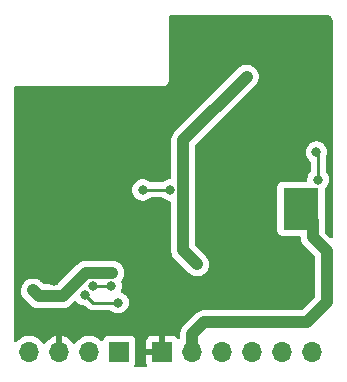
<source format=gbr>
G04 #@! TF.GenerationSoftware,KiCad,Pcbnew,(6.0.11)*
G04 #@! TF.CreationDate,2023-02-14T01:06:37+01:00*
G04 #@! TF.ProjectId,atmega328p-au--e01c-ml01s--bme280--cr2032,61746d65-6761-4333-9238-702d61752d2d,rev?*
G04 #@! TF.SameCoordinates,Original*
G04 #@! TF.FileFunction,Copper,L2,Bot*
G04 #@! TF.FilePolarity,Positive*
%FSLAX46Y46*%
G04 Gerber Fmt 4.6, Leading zero omitted, Abs format (unit mm)*
G04 Created by KiCad (PCBNEW (6.0.11)) date 2023-02-14 01:06:37*
%MOMM*%
%LPD*%
G01*
G04 APERTURE LIST*
G04 #@! TA.AperFunction,SMDPad,CuDef*
%ADD10R,3.000000X3.600000*%
G04 #@! TD*
G04 #@! TA.AperFunction,SMDPad,CuDef*
%ADD11R,3.000000X2.600000*%
G04 #@! TD*
G04 #@! TA.AperFunction,ComponentPad*
%ADD12R,1.700000X1.700000*%
G04 #@! TD*
G04 #@! TA.AperFunction,ComponentPad*
%ADD13O,1.700000X1.700000*%
G04 #@! TD*
G04 #@! TA.AperFunction,ViaPad*
%ADD14C,0.800000*%
G04 #@! TD*
G04 #@! TA.AperFunction,ViaPad*
%ADD15C,1.000000*%
G04 #@! TD*
G04 #@! TA.AperFunction,Conductor*
%ADD16C,0.250000*%
G04 #@! TD*
G04 #@! TA.AperFunction,Conductor*
%ADD17C,1.000000*%
G04 #@! TD*
G04 APERTURE END LIST*
D10*
X119923000Y-78495000D03*
D11*
X98523000Y-78495000D03*
D12*
X104523000Y-90595000D03*
D13*
X101983000Y-90595000D03*
X99443000Y-90595000D03*
X96903000Y-90595000D03*
X120865733Y-90595000D03*
X118325733Y-90595000D03*
X115785733Y-90595000D03*
X113245733Y-90595000D03*
X110705733Y-90595000D03*
D12*
X108165733Y-90595000D03*
D14*
X106523500Y-76895000D03*
X108823500Y-76895000D03*
X121523000Y-62595000D03*
X122223000Y-66995000D03*
X122223000Y-71595000D03*
X96623000Y-79095000D03*
X100423000Y-79095000D03*
X99823000Y-76795000D03*
X98623000Y-76795000D03*
X97323000Y-76795000D03*
X104423000Y-86444500D03*
X101598500Y-85759544D03*
D15*
X97217214Y-85400786D03*
X103947500Y-83895000D03*
D14*
X102323000Y-84995000D03*
X103847500Y-84995000D03*
X121223000Y-73695000D03*
X121362235Y-76019500D03*
D15*
X115323000Y-67295000D03*
X111123000Y-83195000D03*
X112523000Y-62595000D03*
X118223000Y-66395000D03*
X112523000Y-66295000D03*
X113823000Y-83095000D03*
X117923000Y-82395000D03*
X116423000Y-81695000D03*
X120923000Y-80895000D03*
X120523000Y-85495000D03*
X111023000Y-86295000D03*
X116123000Y-76995000D03*
X116923000Y-71195000D03*
X115323000Y-71195000D03*
X106123000Y-82495000D03*
X118123000Y-86595000D03*
X99017214Y-84515336D03*
D16*
X108823500Y-76895000D02*
X106523500Y-76895000D01*
X104423000Y-86444500D02*
X102283456Y-86444500D01*
X102283456Y-86444500D02*
X101598500Y-85759544D01*
X103847500Y-84995000D02*
X102323000Y-84995000D01*
D17*
X101723000Y-83895000D02*
X99723000Y-85895000D01*
X99723000Y-85895000D02*
X97711428Y-85895000D01*
X97711428Y-85895000D02*
X97217214Y-85400786D01*
X103947500Y-83895000D02*
X101723000Y-83895000D01*
X110705733Y-90595000D02*
X110705733Y-89112267D01*
X110705733Y-89112267D02*
X111723000Y-88095000D01*
X120423000Y-88095000D02*
X122123000Y-86395000D01*
X111723000Y-88095000D02*
X120423000Y-88095000D01*
X122123000Y-86395000D02*
X122123000Y-82095000D01*
X122123000Y-82095000D02*
X120923000Y-80895000D01*
X109923000Y-72695000D02*
X115323000Y-67295000D01*
X109923000Y-81995000D02*
X109923000Y-72695000D01*
X111123000Y-83195000D02*
X109923000Y-81995000D01*
D16*
X121362235Y-73834235D02*
X121362235Y-76019500D01*
X121223000Y-73695000D02*
X121362235Y-73834235D01*
D17*
X120923000Y-80895000D02*
X120923000Y-79495000D01*
X120923000Y-79495000D02*
X119923000Y-78495000D01*
G04 #@! TA.AperFunction,Conductor*
G36*
X122093018Y-62105000D02*
G01*
X122107852Y-62107310D01*
X122107855Y-62107310D01*
X122116724Y-62108691D01*
X122125626Y-62107527D01*
X122125750Y-62107511D01*
X122156192Y-62107240D01*
X122169070Y-62108691D01*
X122218264Y-62114234D01*
X122245771Y-62120513D01*
X122322853Y-62147485D01*
X122348274Y-62159727D01*
X122417426Y-62203178D01*
X122439485Y-62220770D01*
X122497230Y-62278515D01*
X122514822Y-62300574D01*
X122558273Y-62369726D01*
X122570515Y-62395147D01*
X122597487Y-62472228D01*
X122603766Y-62499736D01*
X122610018Y-62555226D01*
X122609923Y-62570868D01*
X122610800Y-62570879D01*
X122610690Y-62579851D01*
X122609309Y-62588724D01*
X122610473Y-62597626D01*
X122610473Y-62597628D01*
X122613436Y-62620283D01*
X122614500Y-62636621D01*
X122614500Y-80856074D01*
X122594498Y-80924195D01*
X122540842Y-80970688D01*
X122470568Y-80980792D01*
X122405988Y-80951298D01*
X122399405Y-80945170D01*
X121968405Y-80514171D01*
X121934380Y-80451858D01*
X121931500Y-80425075D01*
X121931500Y-79556850D01*
X121932237Y-79543242D01*
X121935659Y-79511739D01*
X121936325Y-79505612D01*
X121931978Y-79455928D01*
X121931500Y-79444968D01*
X121931500Y-76791342D01*
X121951502Y-76723221D01*
X121971239Y-76700000D01*
X121973488Y-76698366D01*
X122019859Y-76646866D01*
X122096856Y-76561352D01*
X122096857Y-76561351D01*
X122101275Y-76556444D01*
X122196762Y-76391056D01*
X122255777Y-76209428D01*
X122257567Y-76192402D01*
X122275049Y-76026065D01*
X122275739Y-76019500D01*
X122255777Y-75829572D01*
X122196762Y-75647944D01*
X122101275Y-75482556D01*
X122028098Y-75401285D01*
X121997382Y-75337279D01*
X121995735Y-75316976D01*
X121995735Y-74207344D01*
X122012616Y-74144344D01*
X122054223Y-74072279D01*
X122054224Y-74072278D01*
X122057527Y-74066556D01*
X122116542Y-73884928D01*
X122136504Y-73695000D01*
X122116542Y-73505072D01*
X122057527Y-73323444D01*
X121962040Y-73158056D01*
X121888004Y-73075830D01*
X121838675Y-73021045D01*
X121838674Y-73021044D01*
X121834253Y-73016134D01*
X121679752Y-72903882D01*
X121673724Y-72901198D01*
X121673722Y-72901197D01*
X121511319Y-72828891D01*
X121511318Y-72828891D01*
X121505288Y-72826206D01*
X121411887Y-72806353D01*
X121324944Y-72787872D01*
X121324939Y-72787872D01*
X121318487Y-72786500D01*
X121127513Y-72786500D01*
X121121061Y-72787872D01*
X121121056Y-72787872D01*
X121034113Y-72806353D01*
X120940712Y-72826206D01*
X120934682Y-72828891D01*
X120934681Y-72828891D01*
X120772278Y-72901197D01*
X120772276Y-72901198D01*
X120766248Y-72903882D01*
X120611747Y-73016134D01*
X120607326Y-73021044D01*
X120607325Y-73021045D01*
X120557997Y-73075830D01*
X120483960Y-73158056D01*
X120388473Y-73323444D01*
X120329458Y-73505072D01*
X120309496Y-73695000D01*
X120329458Y-73884928D01*
X120388473Y-74066556D01*
X120483960Y-74231944D01*
X120611747Y-74373866D01*
X120617089Y-74377747D01*
X120617091Y-74377749D01*
X120676796Y-74421127D01*
X120720150Y-74477349D01*
X120728735Y-74523063D01*
X120728735Y-75316976D01*
X120708733Y-75385097D01*
X120696377Y-75401279D01*
X120623195Y-75482556D01*
X120527708Y-75647944D01*
X120468693Y-75829572D01*
X120448731Y-76019500D01*
X120449421Y-76026065D01*
X120451656Y-76047330D01*
X120438884Y-76117168D01*
X120390382Y-76169015D01*
X120326346Y-76186500D01*
X118374866Y-76186500D01*
X118312684Y-76193255D01*
X118176295Y-76244385D01*
X118059739Y-76331739D01*
X117972385Y-76448295D01*
X117921255Y-76584684D01*
X117914500Y-76646866D01*
X117914500Y-80343134D01*
X117921255Y-80405316D01*
X117972385Y-80541705D01*
X118059739Y-80658261D01*
X118176295Y-80745615D01*
X118312684Y-80796745D01*
X118374866Y-80803500D01*
X119787141Y-80803500D01*
X119855262Y-80823502D01*
X119901755Y-80877158D01*
X119912662Y-80918521D01*
X119914050Y-80934390D01*
X119914379Y-80939214D01*
X119914500Y-80941687D01*
X119914500Y-80944769D01*
X119914801Y-80947838D01*
X119918498Y-80985549D01*
X119918657Y-80987299D01*
X119926268Y-81077934D01*
X119926758Y-81079644D01*
X119926913Y-81081413D01*
X119928400Y-81086532D01*
X119928920Y-81091833D01*
X119930703Y-81097738D01*
X119930703Y-81097739D01*
X119955191Y-81178848D01*
X119955688Y-81180535D01*
X119980783Y-81268050D01*
X119981596Y-81269632D01*
X119982091Y-81271336D01*
X119984544Y-81276068D01*
X119986084Y-81281169D01*
X119988973Y-81286603D01*
X119988977Y-81286612D01*
X120028824Y-81361553D01*
X120029568Y-81362975D01*
X120071187Y-81443956D01*
X120072290Y-81445347D01*
X120073108Y-81446926D01*
X120076431Y-81451089D01*
X120078934Y-81455796D01*
X120082828Y-81460571D01*
X120082829Y-81460572D01*
X120136439Y-81526304D01*
X120137531Y-81527663D01*
X120194035Y-81598953D01*
X120198613Y-81602849D01*
X120198743Y-81602980D01*
X120199983Y-81604246D01*
X120200138Y-81604407D01*
X120203935Y-81609062D01*
X120239267Y-81638291D01*
X120248037Y-81646272D01*
X121077595Y-82475829D01*
X121111620Y-82538142D01*
X121114500Y-82564925D01*
X121114500Y-85925075D01*
X121094498Y-85993196D01*
X121077595Y-86014170D01*
X120042171Y-87049595D01*
X119979859Y-87083620D01*
X119953076Y-87086500D01*
X111784843Y-87086500D01*
X111771236Y-87085763D01*
X111739738Y-87082341D01*
X111739733Y-87082341D01*
X111733612Y-87081676D01*
X111707362Y-87083973D01*
X111683612Y-87086050D01*
X111678786Y-87086379D01*
X111676314Y-87086500D01*
X111673231Y-87086500D01*
X111661262Y-87087674D01*
X111630494Y-87090690D01*
X111629181Y-87090812D01*
X111584916Y-87094685D01*
X111536587Y-87098913D01*
X111531468Y-87100400D01*
X111526167Y-87100920D01*
X111437166Y-87127791D01*
X111436033Y-87128126D01*
X111352586Y-87152370D01*
X111352582Y-87152372D01*
X111346664Y-87154091D01*
X111341932Y-87156544D01*
X111336831Y-87158084D01*
X111331388Y-87160978D01*
X111254740Y-87201731D01*
X111253574Y-87202343D01*
X111196869Y-87231737D01*
X111171074Y-87245108D01*
X111166911Y-87248431D01*
X111162204Y-87250934D01*
X111157429Y-87254828D01*
X111157428Y-87254829D01*
X111090102Y-87309739D01*
X111089075Y-87310567D01*
X111052792Y-87339531D01*
X111052787Y-87339536D01*
X111050028Y-87341738D01*
X111047527Y-87344239D01*
X111046809Y-87344881D01*
X111042461Y-87348594D01*
X111008938Y-87375935D01*
X111005015Y-87380677D01*
X111005013Y-87380679D01*
X110979703Y-87411273D01*
X110971713Y-87420053D01*
X110036354Y-88355412D01*
X110026211Y-88364514D01*
X109996708Y-88388235D01*
X109992741Y-88392963D01*
X109964442Y-88426688D01*
X109961261Y-88430336D01*
X109959618Y-88432148D01*
X109957424Y-88434342D01*
X109930091Y-88467616D01*
X109929429Y-88468414D01*
X109869579Y-88539741D01*
X109867011Y-88544411D01*
X109863630Y-88548528D01*
X109832593Y-88606412D01*
X109819756Y-88630353D01*
X109819127Y-88631512D01*
X109777271Y-88707648D01*
X109777268Y-88707656D01*
X109774300Y-88713054D01*
X109772688Y-88718136D01*
X109770171Y-88722830D01*
X109742971Y-88811798D01*
X109742651Y-88812826D01*
X109714498Y-88901573D01*
X109713904Y-88906869D01*
X109712346Y-88911965D01*
X109709385Y-88941119D01*
X109702951Y-89004454D01*
X109702822Y-89005660D01*
X109697233Y-89055494D01*
X109697233Y-89059021D01*
X109697178Y-89060006D01*
X109696731Y-89065686D01*
X109692359Y-89108729D01*
X109692939Y-89114860D01*
X109696674Y-89154376D01*
X109697233Y-89166234D01*
X109697233Y-89431196D01*
X109677231Y-89499317D01*
X109623575Y-89545810D01*
X109553301Y-89555914D01*
X109488721Y-89526420D01*
X109466105Y-89498388D01*
X109465905Y-89498538D01*
X109461712Y-89492943D01*
X109460713Y-89491705D01*
X109460521Y-89491354D01*
X109384018Y-89389276D01*
X109371457Y-89376715D01*
X109269382Y-89300214D01*
X109253787Y-89291676D01*
X109133339Y-89246522D01*
X109118084Y-89242895D01*
X109067219Y-89237369D01*
X109060405Y-89237000D01*
X108437848Y-89237000D01*
X108422609Y-89241475D01*
X108421404Y-89242865D01*
X108419733Y-89250548D01*
X108419733Y-90723000D01*
X108399731Y-90791121D01*
X108346075Y-90837614D01*
X108293733Y-90849000D01*
X106825849Y-90849000D01*
X106810610Y-90853475D01*
X106809405Y-90854865D01*
X106807734Y-90862548D01*
X106807734Y-91489669D01*
X106808104Y-91496490D01*
X106813628Y-91547352D01*
X106817254Y-91562604D01*
X106862412Y-91683061D01*
X106871681Y-91699992D01*
X106886850Y-91769349D01*
X106862113Y-91835897D01*
X106805325Y-91878507D01*
X106761161Y-91886500D01*
X105928148Y-91886500D01*
X105860027Y-91866498D01*
X105813534Y-91812842D01*
X105803430Y-91742568D01*
X105817628Y-91699992D01*
X105818234Y-91698884D01*
X105823615Y-91691705D01*
X105874745Y-91555316D01*
X105881500Y-91493134D01*
X105881500Y-90322885D01*
X106807733Y-90322885D01*
X106812208Y-90338124D01*
X106813598Y-90339329D01*
X106821281Y-90341000D01*
X107893618Y-90341000D01*
X107908857Y-90336525D01*
X107910062Y-90335135D01*
X107911733Y-90327452D01*
X107911733Y-89255116D01*
X107907258Y-89239877D01*
X107905868Y-89238672D01*
X107898185Y-89237001D01*
X107271064Y-89237001D01*
X107264243Y-89237371D01*
X107213381Y-89242895D01*
X107198129Y-89246521D01*
X107077679Y-89291676D01*
X107062084Y-89300214D01*
X106960009Y-89376715D01*
X106947448Y-89389276D01*
X106870947Y-89491351D01*
X106862409Y-89506946D01*
X106817255Y-89627394D01*
X106813628Y-89642649D01*
X106808102Y-89693514D01*
X106807733Y-89700328D01*
X106807733Y-90322885D01*
X105881500Y-90322885D01*
X105881500Y-89696866D01*
X105874745Y-89634684D01*
X105823615Y-89498295D01*
X105736261Y-89381739D01*
X105619705Y-89294385D01*
X105483316Y-89243255D01*
X105427440Y-89237185D01*
X105424531Y-89236869D01*
X105421134Y-89236500D01*
X103624866Y-89236500D01*
X103621469Y-89236869D01*
X103618560Y-89237185D01*
X103562684Y-89243255D01*
X103426295Y-89294385D01*
X103309739Y-89381739D01*
X103222385Y-89498295D01*
X103219233Y-89506703D01*
X103177919Y-89616907D01*
X103135277Y-89673671D01*
X103068716Y-89698371D01*
X102999367Y-89683163D01*
X102966743Y-89657476D01*
X102916151Y-89601875D01*
X102916142Y-89601866D01*
X102912670Y-89598051D01*
X102908619Y-89594852D01*
X102908615Y-89594848D01*
X102741414Y-89462800D01*
X102741410Y-89462798D01*
X102737359Y-89459598D01*
X102701028Y-89439542D01*
X102609970Y-89389276D01*
X102541789Y-89351638D01*
X102536920Y-89349914D01*
X102536916Y-89349912D01*
X102336087Y-89278795D01*
X102336083Y-89278794D01*
X102331212Y-89277069D01*
X102326119Y-89276162D01*
X102326116Y-89276161D01*
X102116373Y-89238800D01*
X102116367Y-89238799D01*
X102111284Y-89237894D01*
X102037452Y-89236992D01*
X101893081Y-89235228D01*
X101893079Y-89235228D01*
X101887911Y-89235165D01*
X101667091Y-89268955D01*
X101454756Y-89338357D01*
X101256607Y-89441507D01*
X101252474Y-89444610D01*
X101252471Y-89444612D01*
X101082100Y-89572530D01*
X101077965Y-89575635D01*
X101052541Y-89602240D01*
X100984280Y-89673671D01*
X100923629Y-89737138D01*
X100816204Y-89894618D01*
X100815898Y-89895066D01*
X100760987Y-89940069D01*
X100690462Y-89948240D01*
X100626715Y-89916986D01*
X100606018Y-89892502D01*
X100525426Y-89767926D01*
X100519136Y-89759757D01*
X100375806Y-89602240D01*
X100368273Y-89595215D01*
X100201139Y-89463222D01*
X100192552Y-89457517D01*
X100006117Y-89354599D01*
X99996705Y-89350369D01*
X99795959Y-89279280D01*
X99785988Y-89276646D01*
X99714837Y-89263972D01*
X99701540Y-89265432D01*
X99697000Y-89279989D01*
X99697000Y-90723000D01*
X99676998Y-90791121D01*
X99623342Y-90837614D01*
X99571000Y-90849000D01*
X99315000Y-90849000D01*
X99246879Y-90828998D01*
X99200386Y-90775342D01*
X99189000Y-90723000D01*
X99189000Y-89278102D01*
X99185082Y-89264758D01*
X99170806Y-89262771D01*
X99132324Y-89268660D01*
X99122288Y-89271051D01*
X98919868Y-89337212D01*
X98910359Y-89341209D01*
X98721463Y-89439542D01*
X98712738Y-89445036D01*
X98542433Y-89572905D01*
X98534726Y-89579748D01*
X98387590Y-89733717D01*
X98381109Y-89741722D01*
X98276498Y-89895074D01*
X98221587Y-89940076D01*
X98151062Y-89948247D01*
X98087315Y-89916993D01*
X98066618Y-89892509D01*
X97985822Y-89767617D01*
X97985820Y-89767614D01*
X97983014Y-89763277D01*
X97832670Y-89598051D01*
X97828619Y-89594852D01*
X97828615Y-89594848D01*
X97661414Y-89462800D01*
X97661410Y-89462798D01*
X97657359Y-89459598D01*
X97621028Y-89439542D01*
X97529970Y-89389276D01*
X97461789Y-89351638D01*
X97456920Y-89349914D01*
X97456916Y-89349912D01*
X97256087Y-89278795D01*
X97256083Y-89278794D01*
X97251212Y-89277069D01*
X97246119Y-89276162D01*
X97246116Y-89276161D01*
X97036373Y-89238800D01*
X97036367Y-89238799D01*
X97031284Y-89237894D01*
X96957452Y-89236992D01*
X96813081Y-89235228D01*
X96813079Y-89235228D01*
X96807911Y-89235165D01*
X96587091Y-89268955D01*
X96374756Y-89338357D01*
X96176607Y-89441507D01*
X96172474Y-89444610D01*
X96172471Y-89444612D01*
X96002100Y-89572530D01*
X95997965Y-89575635D01*
X95994393Y-89579373D01*
X95848594Y-89731942D01*
X95787069Y-89767372D01*
X95716157Y-89763915D01*
X95658371Y-89722669D01*
X95632057Y-89656728D01*
X95631500Y-89644891D01*
X95631500Y-85390174D01*
X96203890Y-85390174D01*
X96204404Y-85396050D01*
X96204404Y-85396051D01*
X96210673Y-85467709D01*
X96212348Y-85486857D01*
X96220482Y-85583720D01*
X96220972Y-85585430D01*
X96221127Y-85587199D01*
X96248210Y-85680420D01*
X96274997Y-85773836D01*
X96275810Y-85775418D01*
X96276305Y-85777122D01*
X96321002Y-85863351D01*
X96365401Y-85949742D01*
X96366504Y-85951133D01*
X96367322Y-85952712D01*
X96427940Y-86028647D01*
X96488249Y-86104739D01*
X96492942Y-86108733D01*
X96492943Y-86108734D01*
X96529267Y-86139648D01*
X96536699Y-86146506D01*
X96954577Y-86564383D01*
X96963679Y-86574527D01*
X96987396Y-86604025D01*
X96992124Y-86607992D01*
X97025849Y-86636291D01*
X97029497Y-86639472D01*
X97031309Y-86641115D01*
X97033503Y-86643309D01*
X97066777Y-86670642D01*
X97067575Y-86671304D01*
X97138902Y-86731154D01*
X97143572Y-86733722D01*
X97147689Y-86737103D01*
X97167507Y-86747729D01*
X97229514Y-86780977D01*
X97230673Y-86781606D01*
X97306809Y-86823462D01*
X97306817Y-86823465D01*
X97312215Y-86826433D01*
X97317297Y-86828045D01*
X97321991Y-86830562D01*
X97410959Y-86857762D01*
X97411987Y-86858082D01*
X97500734Y-86886235D01*
X97506030Y-86886829D01*
X97511126Y-86888387D01*
X97603685Y-86897790D01*
X97604821Y-86897911D01*
X97638436Y-86901681D01*
X97651158Y-86903108D01*
X97651162Y-86903108D01*
X97654655Y-86903500D01*
X97658182Y-86903500D01*
X97659167Y-86903555D01*
X97664847Y-86904002D01*
X97694253Y-86906989D01*
X97701765Y-86907752D01*
X97701767Y-86907752D01*
X97707890Y-86908374D01*
X97753536Y-86904059D01*
X97765395Y-86903500D01*
X99661157Y-86903500D01*
X99674764Y-86904237D01*
X99706262Y-86907659D01*
X99706267Y-86907659D01*
X99712388Y-86908324D01*
X99738638Y-86906027D01*
X99762388Y-86903950D01*
X99767214Y-86903621D01*
X99769686Y-86903500D01*
X99772769Y-86903500D01*
X99784738Y-86902326D01*
X99815506Y-86899310D01*
X99816819Y-86899188D01*
X99861084Y-86895315D01*
X99909413Y-86891087D01*
X99914532Y-86889600D01*
X99919833Y-86889080D01*
X100008834Y-86862209D01*
X100009967Y-86861874D01*
X100093414Y-86837630D01*
X100093418Y-86837628D01*
X100099336Y-86835909D01*
X100104068Y-86833456D01*
X100109169Y-86831916D01*
X100116173Y-86828192D01*
X100191260Y-86788269D01*
X100192426Y-86787657D01*
X100269453Y-86747729D01*
X100274926Y-86744892D01*
X100279089Y-86741569D01*
X100283796Y-86739066D01*
X100355918Y-86680245D01*
X100356774Y-86679554D01*
X100395973Y-86648262D01*
X100398477Y-86645758D01*
X100399195Y-86645116D01*
X100403528Y-86641415D01*
X100437062Y-86614065D01*
X100466288Y-86578737D01*
X100474277Y-86569958D01*
X100712644Y-86331591D01*
X100774956Y-86297565D01*
X100845771Y-86302630D01*
X100895373Y-86336374D01*
X100987247Y-86438410D01*
X101141748Y-86550662D01*
X101147776Y-86553346D01*
X101147778Y-86553347D01*
X101284154Y-86614065D01*
X101316212Y-86628338D01*
X101386645Y-86643309D01*
X101496556Y-86666672D01*
X101496561Y-86666672D01*
X101503013Y-86668044D01*
X101558905Y-86668044D01*
X101627026Y-86688046D01*
X101648000Y-86704949D01*
X101779804Y-86836753D01*
X101787344Y-86845039D01*
X101791456Y-86851518D01*
X101797233Y-86856943D01*
X101841107Y-86898143D01*
X101843949Y-86900898D01*
X101863686Y-86920635D01*
X101866883Y-86923115D01*
X101875903Y-86930818D01*
X101908135Y-86961086D01*
X101915081Y-86964905D01*
X101915084Y-86964907D01*
X101925890Y-86970848D01*
X101942409Y-86981699D01*
X101958415Y-86994114D01*
X101965684Y-86997259D01*
X101965688Y-86997262D01*
X101998993Y-87011674D01*
X102009643Y-87016891D01*
X102048396Y-87038195D01*
X102056071Y-87040166D01*
X102056072Y-87040166D01*
X102068018Y-87043233D01*
X102086723Y-87049637D01*
X102105311Y-87057681D01*
X102113134Y-87058920D01*
X102113144Y-87058923D01*
X102148980Y-87064599D01*
X102160600Y-87067005D01*
X102195745Y-87076028D01*
X102203426Y-87078000D01*
X102223680Y-87078000D01*
X102243390Y-87079551D01*
X102263399Y-87082720D01*
X102271291Y-87081974D01*
X102307417Y-87078559D01*
X102319275Y-87078000D01*
X103714800Y-87078000D01*
X103782921Y-87098002D01*
X103802147Y-87114343D01*
X103802420Y-87114040D01*
X103807332Y-87118463D01*
X103811747Y-87123366D01*
X103966248Y-87235618D01*
X103972276Y-87238302D01*
X103972278Y-87238303D01*
X104132727Y-87309739D01*
X104140712Y-87313294D01*
X104218056Y-87329734D01*
X104321056Y-87351628D01*
X104321061Y-87351628D01*
X104327513Y-87353000D01*
X104518487Y-87353000D01*
X104524939Y-87351628D01*
X104524944Y-87351628D01*
X104627944Y-87329734D01*
X104705288Y-87313294D01*
X104713273Y-87309739D01*
X104873722Y-87238303D01*
X104873724Y-87238302D01*
X104879752Y-87235618D01*
X105034253Y-87123366D01*
X105054002Y-87101433D01*
X105157621Y-86986352D01*
X105157622Y-86986351D01*
X105162040Y-86981444D01*
X105249220Y-86830444D01*
X105254223Y-86821779D01*
X105254224Y-86821778D01*
X105257527Y-86816056D01*
X105316542Y-86634428D01*
X105319182Y-86609316D01*
X105335814Y-86451065D01*
X105336504Y-86444500D01*
X105321061Y-86297565D01*
X105317232Y-86261135D01*
X105317232Y-86261133D01*
X105316542Y-86254572D01*
X105257527Y-86072944D01*
X105231896Y-86028549D01*
X105211484Y-85993196D01*
X105162040Y-85907556D01*
X105042494Y-85774786D01*
X105038675Y-85770545D01*
X105038674Y-85770544D01*
X105034253Y-85765634D01*
X104917187Y-85680580D01*
X104885094Y-85657263D01*
X104885093Y-85657262D01*
X104879752Y-85653382D01*
X104873724Y-85650698D01*
X104873722Y-85650697D01*
X104727196Y-85585460D01*
X104718562Y-85581616D01*
X104664467Y-85535636D01*
X104643817Y-85467709D01*
X104660692Y-85403509D01*
X104678723Y-85372279D01*
X104678724Y-85372278D01*
X104682027Y-85366556D01*
X104741042Y-85184928D01*
X104761004Y-84995000D01*
X104743786Y-84831182D01*
X104741732Y-84811635D01*
X104741732Y-84811633D01*
X104741042Y-84805072D01*
X104724414Y-84753898D01*
X104695488Y-84664871D01*
X104693461Y-84593903D01*
X104719939Y-84543605D01*
X104771554Y-84483807D01*
X104775578Y-84479145D01*
X104778621Y-84473789D01*
X104781208Y-84470121D01*
X104783704Y-84466421D01*
X104787630Y-84461675D01*
X104829037Y-84385095D01*
X104830308Y-84382803D01*
X104870225Y-84312537D01*
X104873269Y-84307179D01*
X104875213Y-84301335D01*
X104877047Y-84297216D01*
X104878772Y-84293113D01*
X104881698Y-84287701D01*
X104907432Y-84204568D01*
X104908235Y-84202067D01*
X104909795Y-84197379D01*
X104935697Y-84119513D01*
X104936470Y-84113392D01*
X104937469Y-84108995D01*
X104938360Y-84104652D01*
X104940182Y-84098768D01*
X104949280Y-84012205D01*
X104949582Y-84009597D01*
X104960043Y-83926796D01*
X104960043Y-83926791D01*
X104960485Y-83923295D01*
X104960770Y-83902884D01*
X104960855Y-83902075D01*
X104960791Y-83901372D01*
X104960880Y-83895000D01*
X104951605Y-83800403D01*
X104951523Y-83799528D01*
X104943488Y-83711245D01*
X104942930Y-83705112D01*
X104941927Y-83701703D01*
X104941580Y-83698167D01*
X104914109Y-83607179D01*
X104913914Y-83606525D01*
X104911376Y-83597900D01*
X104887090Y-83515381D01*
X104885442Y-83512228D01*
X104884416Y-83508831D01*
X104839789Y-83424899D01*
X104839422Y-83424201D01*
X104836972Y-83419513D01*
X104795460Y-83340110D01*
X104793235Y-83337342D01*
X104791566Y-83334204D01*
X104773103Y-83311566D01*
X104731559Y-83260628D01*
X104731006Y-83259944D01*
X104675398Y-83190782D01*
X104675392Y-83190776D01*
X104671532Y-83185975D01*
X104668811Y-83183692D01*
X104666565Y-83180938D01*
X104660518Y-83175935D01*
X104616521Y-83139538D01*
X104593364Y-83120381D01*
X104592829Y-83119935D01*
X104520026Y-83058846D01*
X104516911Y-83057134D01*
X104514175Y-83054870D01*
X104430601Y-83009682D01*
X104429863Y-83009279D01*
X104428605Y-83008587D01*
X104346713Y-82963567D01*
X104343330Y-82962494D01*
X104340201Y-82960802D01*
X104249474Y-82932718D01*
X104248658Y-82932462D01*
X104164065Y-82905627D01*
X104164061Y-82905626D01*
X104158194Y-82903765D01*
X104154663Y-82903369D01*
X104151268Y-82902318D01*
X104056793Y-82892389D01*
X104056079Y-82892311D01*
X104004273Y-82886500D01*
X104001700Y-82886500D01*
X103997724Y-82886180D01*
X103960704Y-82882289D01*
X103960702Y-82882289D01*
X103954575Y-82881645D01*
X103906930Y-82885981D01*
X103895510Y-82886500D01*
X101784842Y-82886500D01*
X101771235Y-82885763D01*
X101739737Y-82882341D01*
X101739732Y-82882341D01*
X101733611Y-82881676D01*
X101715611Y-82883251D01*
X101683609Y-82886050D01*
X101678784Y-82886379D01*
X101676313Y-82886500D01*
X101673231Y-82886500D01*
X101650763Y-82888703D01*
X101630489Y-82890691D01*
X101629174Y-82890813D01*
X101596913Y-82893636D01*
X101536587Y-82898913D01*
X101531468Y-82900400D01*
X101526167Y-82900920D01*
X101437166Y-82927791D01*
X101436033Y-82928126D01*
X101352586Y-82952370D01*
X101352582Y-82952372D01*
X101346664Y-82954091D01*
X101341932Y-82956544D01*
X101336831Y-82958084D01*
X101331388Y-82960978D01*
X101254740Y-83001731D01*
X101253574Y-83002343D01*
X101229701Y-83014718D01*
X101171074Y-83045108D01*
X101166911Y-83048431D01*
X101162204Y-83050934D01*
X101090082Y-83109755D01*
X101089226Y-83110446D01*
X101050027Y-83141738D01*
X101047523Y-83144242D01*
X101046805Y-83144884D01*
X101042472Y-83148585D01*
X101008938Y-83175935D01*
X101005011Y-83180682D01*
X101005009Y-83180684D01*
X100979713Y-83211262D01*
X100971723Y-83220042D01*
X100141141Y-84050625D01*
X99342171Y-84849595D01*
X99279859Y-84883620D01*
X99253076Y-84886500D01*
X98181353Y-84886500D01*
X98113232Y-84866498D01*
X98092257Y-84849595D01*
X98047735Y-84805072D01*
X97971275Y-84728612D01*
X97962729Y-84719154D01*
X97940169Y-84691493D01*
X97940167Y-84691491D01*
X97936279Y-84686724D01*
X97931537Y-84682801D01*
X97931535Y-84682799D01*
X97897458Y-84654608D01*
X97896052Y-84653390D01*
X97895139Y-84652477D01*
X97858774Y-84622606D01*
X97783889Y-84560656D01*
X97782326Y-84559811D01*
X97780953Y-84558683D01*
X97773652Y-84554768D01*
X97695503Y-84512866D01*
X97695115Y-84512656D01*
X97615131Y-84469408D01*
X97615128Y-84469407D01*
X97609915Y-84466588D01*
X97608211Y-84466061D01*
X97606651Y-84465224D01*
X97601013Y-84463500D01*
X97601010Y-84463499D01*
X97514218Y-84436964D01*
X97513798Y-84436835D01*
X97426600Y-84409843D01*
X97420982Y-84408104D01*
X97419214Y-84407918D01*
X97417516Y-84407399D01*
X97321018Y-84397597D01*
X97320754Y-84397570D01*
X97224289Y-84387431D01*
X97222522Y-84387592D01*
X97220752Y-84387412D01*
X97214870Y-84387968D01*
X97214869Y-84387968D01*
X97124036Y-84396554D01*
X97123599Y-84396594D01*
X97078483Y-84400700D01*
X97027326Y-84405356D01*
X97025621Y-84405858D01*
X97023852Y-84406025D01*
X97018203Y-84407709D01*
X97018198Y-84407710D01*
X96930942Y-84433722D01*
X96930521Y-84433847D01*
X96837595Y-84461196D01*
X96836019Y-84462020D01*
X96834318Y-84462527D01*
X96748466Y-84507792D01*
X96662324Y-84552826D01*
X96660939Y-84553940D01*
X96659368Y-84554768D01*
X96654786Y-84558478D01*
X96654782Y-84558481D01*
X96584132Y-84615693D01*
X96583790Y-84615969D01*
X96512805Y-84673042D01*
X96512802Y-84673045D01*
X96508189Y-84676754D01*
X96507046Y-84678117D01*
X96505667Y-84679233D01*
X96501877Y-84683782D01*
X96443739Y-84753561D01*
X96443457Y-84753898D01*
X96381060Y-84828260D01*
X96380202Y-84829821D01*
X96379068Y-84831182D01*
X96376251Y-84836349D01*
X96376248Y-84836353D01*
X96332656Y-84916305D01*
X96332589Y-84916428D01*
X96285781Y-85001573D01*
X96285245Y-85003262D01*
X96284392Y-85004827D01*
X96255288Y-85097700D01*
X96225979Y-85190092D01*
X96225781Y-85191856D01*
X96225249Y-85193554D01*
X96224614Y-85199401D01*
X96224613Y-85199405D01*
X96214803Y-85289721D01*
X96214755Y-85290159D01*
X96205544Y-85372279D01*
X96203933Y-85386637D01*
X96204082Y-85388409D01*
X96203890Y-85390174D01*
X95631500Y-85390174D01*
X95631500Y-76895000D01*
X105609996Y-76895000D01*
X105629958Y-77084928D01*
X105688973Y-77266556D01*
X105784460Y-77431944D01*
X105912247Y-77573866D01*
X106066748Y-77686118D01*
X106072776Y-77688802D01*
X106072778Y-77688803D01*
X106235181Y-77761109D01*
X106241212Y-77763794D01*
X106334612Y-77783647D01*
X106421556Y-77802128D01*
X106421561Y-77802128D01*
X106428013Y-77803500D01*
X106618987Y-77803500D01*
X106625439Y-77802128D01*
X106625444Y-77802128D01*
X106712388Y-77783647D01*
X106805788Y-77763794D01*
X106811819Y-77761109D01*
X106974222Y-77688803D01*
X106974224Y-77688802D01*
X106980252Y-77686118D01*
X107134753Y-77573866D01*
X107139168Y-77568963D01*
X107144080Y-77564540D01*
X107145205Y-77565789D01*
X107198514Y-77532949D01*
X107231700Y-77528500D01*
X108115300Y-77528500D01*
X108183421Y-77548502D01*
X108202647Y-77564843D01*
X108202920Y-77564540D01*
X108207832Y-77568963D01*
X108212247Y-77573866D01*
X108366748Y-77686118D01*
X108372776Y-77688802D01*
X108372778Y-77688803D01*
X108535181Y-77761109D01*
X108541212Y-77763794D01*
X108634612Y-77783647D01*
X108721556Y-77802128D01*
X108721561Y-77802128D01*
X108728013Y-77803500D01*
X108788500Y-77803500D01*
X108856621Y-77823502D01*
X108903114Y-77877158D01*
X108914500Y-77929500D01*
X108914500Y-81933157D01*
X108913763Y-81946764D01*
X108909676Y-81984388D01*
X108910213Y-81990523D01*
X108914050Y-82034388D01*
X108914379Y-82039214D01*
X108914500Y-82041686D01*
X108914500Y-82044769D01*
X108914801Y-82047837D01*
X108918690Y-82087506D01*
X108918812Y-82088819D01*
X108926913Y-82181413D01*
X108928400Y-82186532D01*
X108928920Y-82191833D01*
X108955791Y-82280834D01*
X108956126Y-82281967D01*
X108982091Y-82371336D01*
X108984544Y-82376068D01*
X108986084Y-82381169D01*
X108988978Y-82386612D01*
X109029731Y-82463260D01*
X109030343Y-82464426D01*
X109068555Y-82538142D01*
X109073108Y-82546926D01*
X109076431Y-82551089D01*
X109078934Y-82555796D01*
X109137755Y-82627918D01*
X109138446Y-82628774D01*
X109169738Y-82667973D01*
X109172242Y-82670477D01*
X109172884Y-82671195D01*
X109176585Y-82675528D01*
X109203935Y-82709062D01*
X109208682Y-82712989D01*
X109208684Y-82712991D01*
X109239262Y-82738287D01*
X109248042Y-82746277D01*
X110363352Y-83861586D01*
X110373003Y-83872417D01*
X110394035Y-83898953D01*
X110398728Y-83902947D01*
X110398729Y-83902948D01*
X110435066Y-83933873D01*
X110442498Y-83940732D01*
X110445075Y-83943309D01*
X110447455Y-83945264D01*
X110447465Y-83945273D01*
X110475183Y-83968041D01*
X110476870Y-83969451D01*
X110544650Y-84027136D01*
X110550021Y-84030138D01*
X110550815Y-84030690D01*
X110551219Y-84030995D01*
X110551284Y-84031039D01*
X110553098Y-84032276D01*
X110553256Y-84032386D01*
X110553726Y-84032674D01*
X110554503Y-84033194D01*
X110559261Y-84037102D01*
X110564693Y-84040014D01*
X110564692Y-84040014D01*
X110637653Y-84079136D01*
X110639523Y-84080159D01*
X110717294Y-84123624D01*
X110723152Y-84125528D01*
X110724034Y-84125913D01*
X110724496Y-84126137D01*
X110724572Y-84126169D01*
X110726570Y-84127021D01*
X110726741Y-84127095D01*
X110727272Y-84127292D01*
X110728129Y-84127649D01*
X110733563Y-84130562D01*
X110739457Y-84132364D01*
X110818624Y-84156568D01*
X110820719Y-84157229D01*
X110899528Y-84182835D01*
X110899531Y-84182836D01*
X110905392Y-84184740D01*
X110911512Y-84185470D01*
X110912419Y-84185669D01*
X110912931Y-84185803D01*
X110913058Y-84185829D01*
X110915252Y-84186291D01*
X110915376Y-84186318D01*
X110915891Y-84186401D01*
X110916807Y-84186586D01*
X110922698Y-84188387D01*
X110928827Y-84189010D01*
X110928829Y-84189010D01*
X111011213Y-84197379D01*
X111013397Y-84197620D01*
X111086106Y-84206289D01*
X111101777Y-84208158D01*
X111107913Y-84207686D01*
X111108868Y-84207706D01*
X111109388Y-84207738D01*
X111109495Y-84207738D01*
X111111708Y-84207765D01*
X111111856Y-84207768D01*
X111112401Y-84207748D01*
X111113329Y-84207751D01*
X111119462Y-84208374D01*
X111208063Y-84199999D01*
X111210225Y-84199813D01*
X111238728Y-84197620D01*
X111292827Y-84193457D01*
X111292828Y-84193457D01*
X111298972Y-84192984D01*
X111304911Y-84191326D01*
X111305836Y-84191163D01*
X111306386Y-84191089D01*
X111306503Y-84191066D01*
X111308638Y-84190670D01*
X111308771Y-84190646D01*
X111309302Y-84190521D01*
X111310226Y-84190341D01*
X111316362Y-84189761D01*
X111329639Y-84185803D01*
X111401685Y-84164326D01*
X111403796Y-84163717D01*
X111483525Y-84141456D01*
X111483526Y-84141456D01*
X111489463Y-84139798D01*
X111494964Y-84137019D01*
X111495839Y-84136680D01*
X111496350Y-84136505D01*
X111496477Y-84136453D01*
X111498528Y-84135637D01*
X111498641Y-84135593D01*
X111499118Y-84135376D01*
X111499994Y-84135019D01*
X111505896Y-84133259D01*
X111584607Y-84091759D01*
X111586554Y-84090754D01*
X111660505Y-84053399D01*
X111660507Y-84053398D01*
X111665996Y-84050625D01*
X111670845Y-84046837D01*
X111671655Y-84046323D01*
X111672112Y-84046058D01*
X111672220Y-84045987D01*
X111674029Y-84044817D01*
X111674161Y-84044733D01*
X111674607Y-84044413D01*
X111675402Y-84043889D01*
X111680846Y-84041018D01*
X111716408Y-84012220D01*
X111749980Y-83985034D01*
X111751702Y-83983664D01*
X111816991Y-83932655D01*
X111816992Y-83932654D01*
X111821847Y-83928861D01*
X111825874Y-83924196D01*
X111826552Y-83923550D01*
X111826956Y-83923195D01*
X111827035Y-83923117D01*
X111828617Y-83921583D01*
X111828723Y-83921482D01*
X111829092Y-83921088D01*
X111829759Y-83920430D01*
X111834547Y-83916553D01*
X111891494Y-83848202D01*
X111892908Y-83846535D01*
X111951078Y-83779145D01*
X111954118Y-83773793D01*
X111954676Y-83773003D01*
X111954988Y-83772596D01*
X111955052Y-83772502D01*
X111956272Y-83770741D01*
X111956384Y-83770582D01*
X111956681Y-83770105D01*
X111957203Y-83769336D01*
X111961146Y-83764604D01*
X111964092Y-83759202D01*
X111964096Y-83759195D01*
X112003745Y-83686473D01*
X112004815Y-83684551D01*
X112045725Y-83612538D01*
X112045726Y-83612535D01*
X112048769Y-83607179D01*
X112050714Y-83601333D01*
X112051104Y-83600457D01*
X112051331Y-83599997D01*
X112051356Y-83599939D01*
X112052243Y-83597900D01*
X112052308Y-83597753D01*
X112052507Y-83597228D01*
X112052872Y-83596369D01*
X112055821Y-83590959D01*
X112080291Y-83512877D01*
X112082427Y-83506060D01*
X112083103Y-83503967D01*
X112109252Y-83425360D01*
X112109252Y-83425359D01*
X112111197Y-83419513D01*
X112111969Y-83413401D01*
X112112179Y-83412478D01*
X112112316Y-83411971D01*
X112112339Y-83411860D01*
X112112814Y-83409683D01*
X112112841Y-83409565D01*
X112112930Y-83409033D01*
X112113122Y-83408113D01*
X112114965Y-83402232D01*
X112121121Y-83345569D01*
X112124577Y-83313750D01*
X112124834Y-83311566D01*
X112135543Y-83226797D01*
X112135543Y-83226790D01*
X112135985Y-83223295D01*
X112136218Y-83206584D01*
X112136324Y-83205611D01*
X112136245Y-83204703D01*
X112136380Y-83195000D01*
X112136038Y-83191510D01*
X112127310Y-83102496D01*
X112127188Y-83101183D01*
X112119623Y-83014718D01*
X112119087Y-83008587D01*
X112117600Y-83003468D01*
X112117080Y-82998167D01*
X112090218Y-82909194D01*
X112089862Y-82907994D01*
X112063909Y-82818663D01*
X112061455Y-82813929D01*
X112059916Y-82808831D01*
X112057021Y-82803386D01*
X112016316Y-82726831D01*
X112015702Y-82725663D01*
X111975726Y-82648541D01*
X111975725Y-82648540D01*
X111972892Y-82643074D01*
X111969569Y-82638911D01*
X111967066Y-82634204D01*
X111908245Y-82562082D01*
X111907554Y-82561226D01*
X111876262Y-82522027D01*
X111873758Y-82519523D01*
X111873116Y-82518805D01*
X111869415Y-82514472D01*
X111842065Y-82480938D01*
X111806733Y-82451709D01*
X111797963Y-82443728D01*
X110968405Y-81614171D01*
X110934380Y-81551858D01*
X110931500Y-81525075D01*
X110931500Y-73164925D01*
X110951502Y-73096804D01*
X110968405Y-73075830D01*
X115986797Y-68057437D01*
X115998309Y-68047251D01*
X116021847Y-68028861D01*
X116059687Y-67985023D01*
X116065959Y-67978275D01*
X116071309Y-67972925D01*
X116093552Y-67945847D01*
X116095487Y-67943548D01*
X116099781Y-67938573D01*
X116151078Y-67879145D01*
X116154121Y-67873787D01*
X116157672Y-67868754D01*
X116157929Y-67868935D01*
X116158024Y-67868798D01*
X116157762Y-67868623D01*
X116161194Y-67863497D01*
X116165102Y-67858739D01*
X116173804Y-67842511D01*
X116205269Y-67783829D01*
X116206757Y-67781133D01*
X116227170Y-67745200D01*
X116248769Y-67707179D01*
X116250714Y-67701332D01*
X116253221Y-67695701D01*
X116253506Y-67695828D01*
X116253569Y-67695681D01*
X116253280Y-67695561D01*
X116255649Y-67689870D01*
X116258562Y-67684437D01*
X116283419Y-67603133D01*
X116284347Y-67600226D01*
X116299264Y-67555386D01*
X116311197Y-67519513D01*
X116311970Y-67513398D01*
X116313335Y-67507390D01*
X116313638Y-67507459D01*
X116313674Y-67507292D01*
X116313368Y-67507230D01*
X116314584Y-67501200D01*
X116316387Y-67495302D01*
X116321517Y-67444800D01*
X116324978Y-67410732D01*
X116325326Y-67407675D01*
X116335545Y-67326776D01*
X116335985Y-67323295D01*
X116336324Y-67299033D01*
X116336374Y-67298538D01*
X116336336Y-67298138D01*
X116336380Y-67295000D01*
X116330240Y-67232377D01*
X116326920Y-67198517D01*
X116326878Y-67198080D01*
X116318318Y-67107526D01*
X116318317Y-67107522D01*
X116317761Y-67101638D01*
X116317253Y-67099935D01*
X116317080Y-67098167D01*
X116315375Y-67092521D01*
X116315374Y-67092514D01*
X116289154Y-67005669D01*
X116289027Y-67005249D01*
X116262937Y-66917732D01*
X116262936Y-66917730D01*
X116261259Y-66912104D01*
X116260429Y-66910529D01*
X116259916Y-66908831D01*
X116214323Y-66823083D01*
X116169018Y-66737154D01*
X116167901Y-66735775D01*
X116167066Y-66734204D01*
X116105587Y-66658823D01*
X116105431Y-66658630D01*
X116048253Y-66588021D01*
X116048248Y-66588016D01*
X116044553Y-66583453D01*
X116043190Y-66582317D01*
X116042065Y-66580938D01*
X115967080Y-66518905D01*
X115892604Y-66456854D01*
X115891047Y-66456005D01*
X115889675Y-66454870D01*
X115884493Y-66452068D01*
X115884487Y-66452064D01*
X115804269Y-66408691D01*
X115803881Y-66408480D01*
X115724142Y-66365004D01*
X115724135Y-66365001D01*
X115718959Y-66362179D01*
X115717267Y-66361649D01*
X115715701Y-66360802D01*
X115710066Y-66359058D01*
X115710062Y-66359056D01*
X115623035Y-66332117D01*
X115622615Y-66331986D01*
X115588497Y-66321294D01*
X115530232Y-66303035D01*
X115528464Y-66302843D01*
X115526768Y-66302318D01*
X115520917Y-66301703D01*
X115520912Y-66301702D01*
X115453971Y-66294667D01*
X115430219Y-66292170D01*
X115430056Y-66292152D01*
X115333611Y-66281676D01*
X115331842Y-66281831D01*
X115330075Y-66281645D01*
X115324196Y-66282180D01*
X115233824Y-66290404D01*
X115233387Y-66290444D01*
X115142448Y-66298400D01*
X115142446Y-66298400D01*
X115136587Y-66298913D01*
X115134879Y-66299409D01*
X115133112Y-66299570D01*
X115094510Y-66310931D01*
X115040134Y-66326934D01*
X115039713Y-66327057D01*
X114952320Y-66352447D01*
X114952316Y-66352449D01*
X114946663Y-66354091D01*
X114945087Y-66354908D01*
X114943381Y-66355410D01*
X114857252Y-66400437D01*
X114771074Y-66445108D01*
X114769686Y-66446216D01*
X114768110Y-66447040D01*
X114692447Y-66507875D01*
X114650027Y-66541738D01*
X114649104Y-66542661D01*
X114647688Y-66543862D01*
X114613975Y-66570968D01*
X114610008Y-66575696D01*
X114581933Y-66609154D01*
X114574507Y-66617258D01*
X109253621Y-71938145D01*
X109243478Y-71947247D01*
X109213975Y-71970968D01*
X109210008Y-71975696D01*
X109181709Y-72009421D01*
X109178528Y-72013069D01*
X109176885Y-72014881D01*
X109174691Y-72017075D01*
X109147358Y-72050349D01*
X109146696Y-72051147D01*
X109086846Y-72122474D01*
X109084278Y-72127144D01*
X109080897Y-72131261D01*
X109049860Y-72189145D01*
X109037023Y-72213086D01*
X109036394Y-72214245D01*
X108994538Y-72290381D01*
X108994535Y-72290389D01*
X108991567Y-72295787D01*
X108989955Y-72300869D01*
X108987438Y-72305563D01*
X108960238Y-72394531D01*
X108959918Y-72395559D01*
X108931765Y-72484306D01*
X108931171Y-72489602D01*
X108929613Y-72494698D01*
X108928990Y-72500834D01*
X108920218Y-72587187D01*
X108920089Y-72588393D01*
X108914500Y-72638227D01*
X108914500Y-72641754D01*
X108914445Y-72642739D01*
X108913998Y-72648419D01*
X108909626Y-72691462D01*
X108910206Y-72697593D01*
X108913941Y-72737109D01*
X108914500Y-72748967D01*
X108914500Y-75860500D01*
X108894498Y-75928621D01*
X108840842Y-75975114D01*
X108788500Y-75986500D01*
X108728013Y-75986500D01*
X108721561Y-75987872D01*
X108721556Y-75987872D01*
X108634613Y-76006353D01*
X108541212Y-76026206D01*
X108535182Y-76028891D01*
X108535181Y-76028891D01*
X108372778Y-76101197D01*
X108372776Y-76101198D01*
X108366748Y-76103882D01*
X108361407Y-76107762D01*
X108361406Y-76107763D01*
X108252527Y-76186869D01*
X108212247Y-76216134D01*
X108207832Y-76221037D01*
X108202920Y-76225460D01*
X108201795Y-76224211D01*
X108148486Y-76257051D01*
X108115300Y-76261500D01*
X107231700Y-76261500D01*
X107163579Y-76241498D01*
X107144353Y-76225157D01*
X107144080Y-76225460D01*
X107139168Y-76221037D01*
X107134753Y-76216134D01*
X107094473Y-76186869D01*
X106985594Y-76107763D01*
X106985593Y-76107762D01*
X106980252Y-76103882D01*
X106974224Y-76101198D01*
X106974222Y-76101197D01*
X106811819Y-76028891D01*
X106811818Y-76028891D01*
X106805788Y-76026206D01*
X106712387Y-76006353D01*
X106625444Y-75987872D01*
X106625439Y-75987872D01*
X106618987Y-75986500D01*
X106428013Y-75986500D01*
X106421561Y-75987872D01*
X106421556Y-75987872D01*
X106334613Y-76006353D01*
X106241212Y-76026206D01*
X106235182Y-76028891D01*
X106235181Y-76028891D01*
X106072778Y-76101197D01*
X106072776Y-76101198D01*
X106066748Y-76103882D01*
X105912247Y-76216134D01*
X105784460Y-76358056D01*
X105688973Y-76523444D01*
X105629958Y-76705072D01*
X105629268Y-76711633D01*
X105629268Y-76711635D01*
X105620891Y-76791342D01*
X105609996Y-76895000D01*
X95631500Y-76895000D01*
X95631500Y-68229500D01*
X95651502Y-68161379D01*
X95705158Y-68114886D01*
X95757500Y-68103500D01*
X108214377Y-68103500D01*
X108215148Y-68103502D01*
X108292721Y-68103976D01*
X108321152Y-68095850D01*
X108337915Y-68092272D01*
X108367187Y-68088080D01*
X108390564Y-68077451D01*
X108408087Y-68071004D01*
X108432771Y-68063949D01*
X108440365Y-68059157D01*
X108440368Y-68059156D01*
X108457780Y-68048170D01*
X108472865Y-68040030D01*
X108499782Y-68027792D01*
X108519235Y-68011030D01*
X108534239Y-67999927D01*
X108555958Y-67986224D01*
X108561897Y-67979499D01*
X108561901Y-67979496D01*
X108575532Y-67964062D01*
X108587724Y-67952018D01*
X108603327Y-67938573D01*
X108603329Y-67938570D01*
X108610127Y-67932713D01*
X108624094Y-67911165D01*
X108635385Y-67896291D01*
X108646431Y-67883783D01*
X108646432Y-67883782D01*
X108652378Y-67877049D01*
X108664943Y-67850287D01*
X108673263Y-67835309D01*
X108684471Y-67818017D01*
X108684473Y-67818012D01*
X108689352Y-67810485D01*
X108691922Y-67801892D01*
X108691924Y-67801887D01*
X108696711Y-67785880D01*
X108703372Y-67768436D01*
X108710467Y-67753324D01*
X108710468Y-67753322D01*
X108714281Y-67745200D01*
X108718830Y-67715983D01*
X108722613Y-67699268D01*
X108728515Y-67679534D01*
X108728516Y-67679528D01*
X108731086Y-67670934D01*
X108731296Y-67636494D01*
X108731329Y-67635711D01*
X108731500Y-67634614D01*
X108731500Y-67603623D01*
X108731502Y-67602853D01*
X108731952Y-67529215D01*
X108731952Y-67529214D01*
X108731976Y-67525279D01*
X108731592Y-67523935D01*
X108731500Y-67522590D01*
X108731500Y-62229500D01*
X108751502Y-62161379D01*
X108805158Y-62114886D01*
X108857500Y-62103500D01*
X122073633Y-62103500D01*
X122093018Y-62105000D01*
G37*
G04 #@! TD.AperFunction*
M02*

</source>
